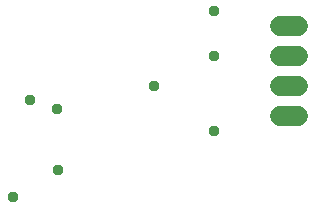
<source format=gbr>
G04 EAGLE Gerber RS-274X export*
G75*
%MOMM*%
%FSLAX34Y34*%
%LPD*%
%INSoldermask Bottom*%
%IPPOS*%
%AMOC8*
5,1,8,0,0,1.08239X$1,22.5*%
G01*
%ADD10C,1.727200*%
%ADD11C,0.959600*%


D10*
X655320Y419100D02*
X640080Y419100D01*
X640080Y444500D02*
X655320Y444500D01*
X655320Y469900D02*
X640080Y469900D01*
X640080Y495300D02*
X655320Y495300D01*
D11*
X584200Y508000D03*
X414274Y350012D03*
X451866Y373380D03*
X451612Y424942D03*
X428498Y432054D03*
X584200Y469900D03*
X584200Y406400D03*
X533400Y444500D03*
M02*

</source>
